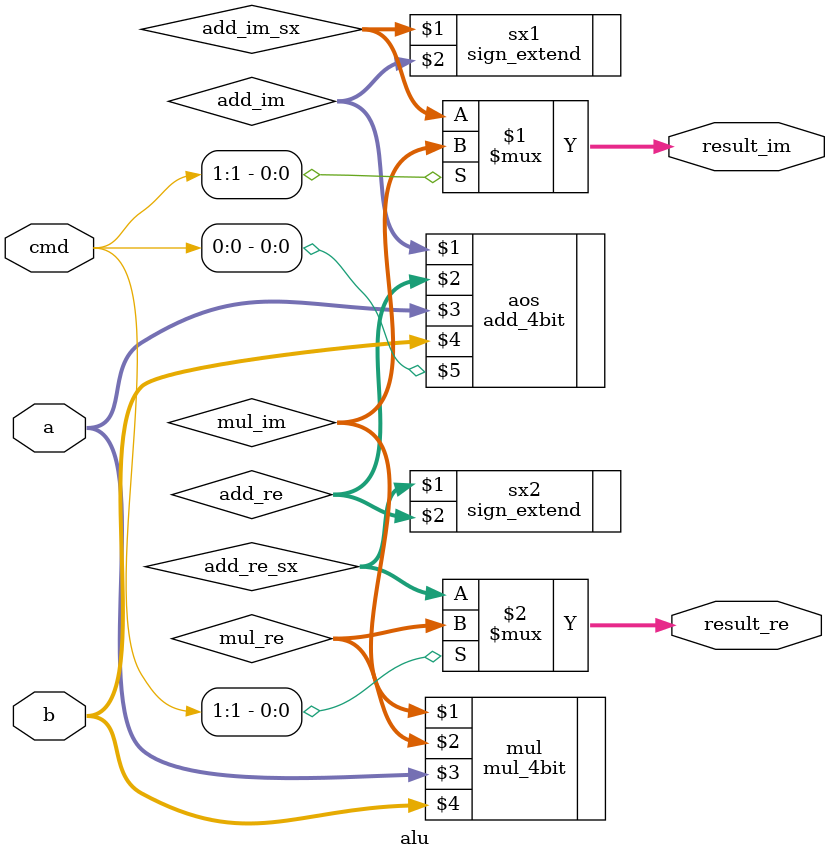
<source format=v>
module alu(output [7:0] result_im, result_re, input [7:0] a,b, input [1:0] cmd);
	wire [3:0] add_im, add_re;
	wire [7:0] mul_im, mul_re, add_im_sx, add_re_sx;
	
	add_4bit aos(add_im, add_re, a,b, cmd[0]);
	
	sign_extend sx1(add_im_sx, add_im);
	sign_extend sx2(add_re_sx, add_re);
	
	mul_4bit mul(mul_im, mul_re, a,b);
	
	assign result_im = cmd[1]?mul_im:add_im_sx;
	assign result_re = cmd[1]?mul_re:add_re_sx;
	
endmodule 
</source>
